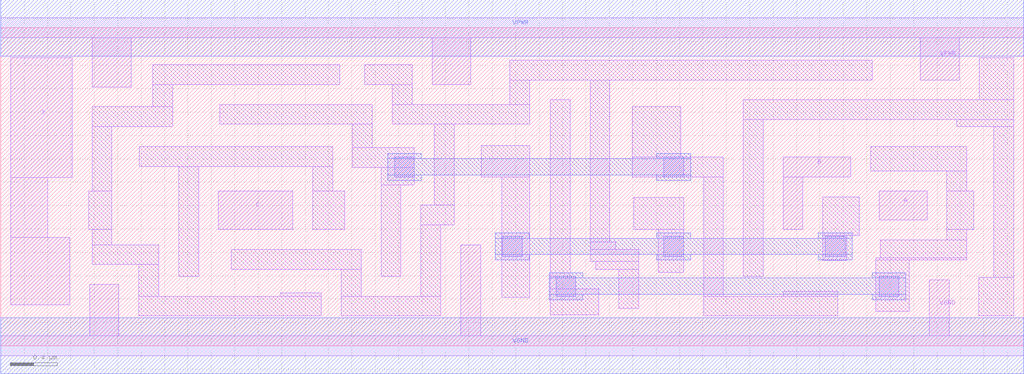
<source format=lef>
# Copyright 2020 The SkyWater PDK Authors
#
# Licensed under the Apache License, Version 2.0 (the "License");
# you may not use this file except in compliance with the License.
# You may obtain a copy of the License at
#
#     https://www.apache.org/licenses/LICENSE-2.0
#
# Unless required by applicable law or agreed to in writing, software
# distributed under the License is distributed on an "AS IS" BASIS,
# WITHOUT WARRANTIES OR CONDITIONS OF ANY KIND, either express or implied.
# See the License for the specific language governing permissions and
# limitations under the License.
#
# SPDX-License-Identifier: Apache-2.0

VERSION 5.5 ;
NAMESCASESENSITIVE ON ;
BUSBITCHARS "[]" ;
DIVIDERCHAR "/" ;
MACRO sky130_fd_sc_hd__xor3_1
  CLASS CORE ;
  SOURCE USER ;
  ORIGIN  0.000000  0.000000 ;
  SIZE  8.740000 BY  2.720000 ;
  SYMMETRY X Y R90 ;
  SITE unithd ;
  PIN A
    ANTENNAGATEAREA  0.246000 ;
    DIRECTION INPUT ;
    USE SIGNAL ;
    PORT
      LAYER li1 ;
        RECT 7.505000 1.075000 7.915000 1.325000 ;
    END
  END A
  PIN B
    ANTENNAGATEAREA  0.661500 ;
    DIRECTION INPUT ;
    USE SIGNAL ;
    PORT
      LAYER li1 ;
        RECT 6.685000 0.995000 6.855000 1.445000 ;
        RECT 6.685000 1.445000 7.265000 1.615000 ;
    END
  END B
  PIN C
    ANTENNAGATEAREA  0.381000 ;
    DIRECTION INPUT ;
    USE SIGNAL ;
    PORT
      LAYER li1 ;
        RECT 1.860000 0.995000 2.495000 1.325000 ;
    END
  END C
  PIN X
    ANTENNADIFFAREA  0.449000 ;
    DIRECTION OUTPUT ;
    USE SIGNAL ;
    PORT
      LAYER li1 ;
        RECT 0.085000 0.350000 0.590000 0.925000 ;
        RECT 0.085000 0.925000 0.400000 1.440000 ;
        RECT 0.085000 1.440000 0.610000 2.465000 ;
    END
  END X
  PIN VGND
    DIRECTION INOUT ;
    SHAPE ABUTMENT ;
    USE GROUND ;
    PORT
      LAYER li1 ;
        RECT 0.000000 -0.085000 8.740000 0.085000 ;
        RECT 0.760000  0.085000 1.010000 0.525000 ;
        RECT 3.930000  0.085000 4.100000 0.865000 ;
        RECT 7.935000  0.085000 8.105000 0.565000 ;
    END
    PORT
      LAYER met1 ;
        RECT 0.000000 -0.240000 8.740000 0.240000 ;
    END
  END VGND
  PIN VPWR
    DIRECTION INOUT ;
    SHAPE ABUTMENT ;
    USE POWER ;
    PORT
      LAYER li1 ;
        RECT 0.000000 2.635000 8.740000 2.805000 ;
        RECT 0.780000 2.215000 1.115000 2.635000 ;
        RECT 3.685000 2.235000 4.015000 2.635000 ;
        RECT 7.855000 2.275000 8.190000 2.635000 ;
    END
    PORT
      LAYER met1 ;
        RECT 0.000000 2.480000 8.740000 2.960000 ;
    END
  END VPWR
  OBS
    LAYER li1 ;
      RECT 0.750000 0.995000 0.950000 1.325000 ;
      RECT 0.780000 0.695000 1.350000 0.865000 ;
      RECT 0.780000 0.865000 0.950000 0.995000 ;
      RECT 0.780000 1.325000 0.950000 1.875000 ;
      RECT 0.780000 1.875000 1.470000 2.045000 ;
      RECT 1.180000 0.255000 2.740000 0.425000 ;
      RECT 1.180000 0.425000 1.350000 0.695000 ;
      RECT 1.185000 1.535000 2.835000 1.705000 ;
      RECT 1.300000 2.045000 1.470000 2.235000 ;
      RECT 1.300000 2.235000 2.895000 2.405000 ;
      RECT 1.520000 0.595000 1.690000 1.535000 ;
      RECT 1.870000 1.895000 3.175000 2.065000 ;
      RECT 1.970000 0.655000 3.080000 0.825000 ;
      RECT 2.390000 0.425000 2.740000 0.455000 ;
      RECT 2.665000 0.995000 2.940000 1.325000 ;
      RECT 2.665000 1.325000 2.835000 1.535000 ;
      RECT 2.910000 0.255000 3.760000 0.425000 ;
      RECT 2.910000 0.425000 3.080000 0.655000 ;
      RECT 3.005000 1.525000 3.535000 1.695000 ;
      RECT 3.005000 1.695000 3.175000 1.895000 ;
      RECT 3.110000 2.235000 3.515000 2.405000 ;
      RECT 3.250000 0.595000 3.420000 1.375000 ;
      RECT 3.250000 1.375000 3.535000 1.525000 ;
      RECT 3.345000 1.895000 4.520000 2.065000 ;
      RECT 3.345000 2.065000 3.515000 2.235000 ;
      RECT 3.590000 0.425000 3.760000 1.035000 ;
      RECT 3.590000 1.035000 3.875000 1.205000 ;
      RECT 3.705000 1.205000 3.875000 1.895000 ;
      RECT 4.105000 1.445000 4.520000 1.715000 ;
      RECT 4.280000 0.415000 4.520000 1.445000 ;
      RECT 4.350000 2.065000 4.520000 2.275000 ;
      RECT 4.350000 2.275000 7.445000 2.445000 ;
      RECT 4.695000 0.265000 5.110000 0.485000 ;
      RECT 4.695000 0.485000 4.915000 0.595000 ;
      RECT 4.695000 0.595000 4.865000 2.105000 ;
      RECT 5.035000 0.720000 5.450000 0.825000 ;
      RECT 5.035000 0.825000 5.255000 0.890000 ;
      RECT 5.035000 0.890000 5.205000 2.275000 ;
      RECT 5.085000 0.655000 5.450000 0.720000 ;
      RECT 5.280000 0.320000 5.450000 0.655000 ;
      RECT 5.395000 1.445000 6.175000 1.615000 ;
      RECT 5.395000 1.615000 5.810000 2.045000 ;
      RECT 5.410000 0.995000 5.835000 1.270000 ;
      RECT 5.620000 0.630000 5.835000 0.995000 ;
      RECT 6.005000 0.255000 7.150000 0.425000 ;
      RECT 6.005000 0.425000 6.175000 1.445000 ;
      RECT 6.345000 0.595000 6.515000 1.935000 ;
      RECT 6.345000 1.935000 8.655000 2.105000 ;
      RECT 6.685000 0.425000 7.150000 0.465000 ;
      RECT 7.025000 0.730000 7.230000 0.945000 ;
      RECT 7.025000 0.945000 7.335000 1.275000 ;
      RECT 7.435000 1.495000 8.255000 1.705000 ;
      RECT 7.475000 0.295000 7.765000 0.735000 ;
      RECT 7.475000 0.735000 8.255000 0.750000 ;
      RECT 7.515000 0.750000 8.255000 0.905000 ;
      RECT 8.085000 0.905000 8.255000 0.995000 ;
      RECT 8.085000 0.995000 8.315000 1.325000 ;
      RECT 8.085000 1.325000 8.255000 1.495000 ;
      RECT 8.170000 1.875000 8.655000 1.935000 ;
      RECT 8.355000 0.255000 8.655000 0.585000 ;
      RECT 8.360000 2.105000 8.655000 2.465000 ;
      RECT 8.485000 0.585000 8.655000 1.875000 ;
    LAYER mcon ;
      RECT 3.365000 1.445000 3.535000 1.615000 ;
      RECT 4.285000 0.765000 4.455000 0.935000 ;
      RECT 4.745000 0.425000 4.915000 0.595000 ;
      RECT 5.665000 0.765000 5.835000 0.935000 ;
      RECT 5.665000 1.445000 5.835000 1.615000 ;
      RECT 7.045000 0.765000 7.215000 0.935000 ;
      RECT 7.505000 0.425000 7.675000 0.595000 ;
    LAYER met1 ;
      RECT 3.305000 1.415000 3.595000 1.460000 ;
      RECT 3.305000 1.460000 5.895000 1.600000 ;
      RECT 3.305000 1.600000 3.595000 1.645000 ;
      RECT 4.225000 0.735000 4.515000 0.780000 ;
      RECT 4.225000 0.780000 7.275000 0.920000 ;
      RECT 4.225000 0.920000 4.515000 0.965000 ;
      RECT 4.685000 0.395000 4.975000 0.440000 ;
      RECT 4.685000 0.440000 7.735000 0.580000 ;
      RECT 4.685000 0.580000 4.975000 0.625000 ;
      RECT 5.605000 0.735000 5.895000 0.780000 ;
      RECT 5.605000 0.920000 5.895000 0.965000 ;
      RECT 5.605000 1.415000 5.895000 1.460000 ;
      RECT 5.605000 1.600000 5.895000 1.645000 ;
      RECT 6.985000 0.735000 7.275000 0.780000 ;
      RECT 6.985000 0.920000 7.275000 0.965000 ;
      RECT 7.445000 0.395000 7.735000 0.440000 ;
      RECT 7.445000 0.580000 7.735000 0.625000 ;
  END
END sky130_fd_sc_hd__xor3_1

</source>
